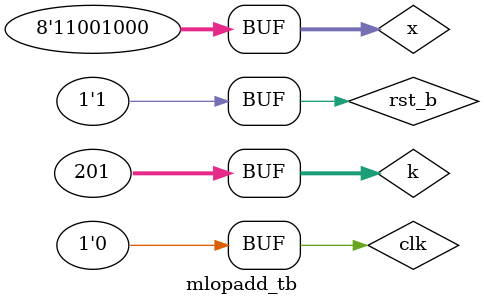
<source format=v>
module mlopadd(
  input clk,rst_b,
  input [7:0] x,
  output [14:0] a
);
  wire [7:0] xb;
  rgst #(.w(8)) inst1(.clk(clk),.rst_b(rst_b),.clr(1'd0),
    .ld(1'd1),.d(x),.q(xb));
  rgst #(.w(15)) inst2(.clk(clk),.rst_b(rst_b),.clr(1'd0),
    .ld(1'd1),.d(a+xb),.q(a));
endmodule

module mlopadd_tb;
  reg clk,rst_b;
  reg [7:0] x;
  wire [14:0] a;
  
  mlopadd inst1(.clk(clk),.rst_b(rst_b),.x(x),.a(a));
  localparam CLK_PERIOD=100, RUNNING_CYCLES=201, RST_DURATION=25;
  initial begin
    $display("time\t\tclk\trst_b\tx\ta");
    $monitor("%6t\t%b\t%b\t%3d\t%5d",$time,clk,rst_b,x,a);
    clk=0;
    repeat (2*RUNNING_CYCLES) #(CLK_PERIOD/2) clk=~clk;
  end
  initial begin
    rst_b=0;
    #RST_DURATION rst_b=~rst_b;
  end
  integer k;
  initial begin
    x=1;
    for(k=2; k<201; k=k+1)
      #CLK_PERIOD x=k;
  end
endmodule
</source>
